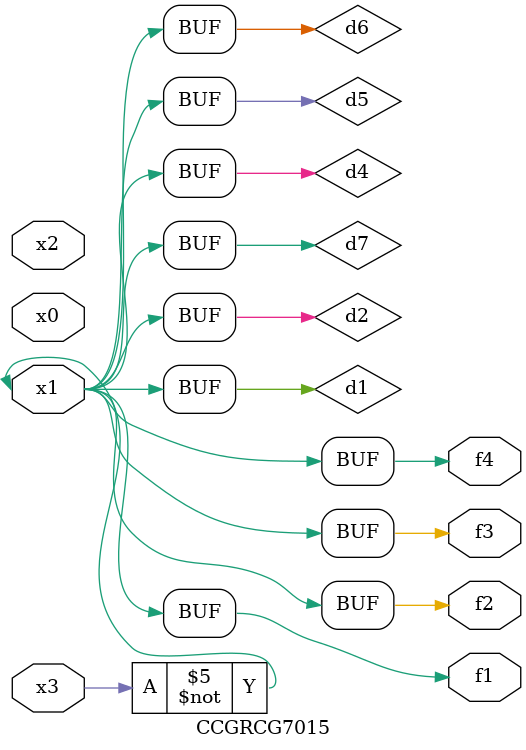
<source format=v>
module CCGRCG7015(
	input x0, x1, x2, x3,
	output f1, f2, f3, f4
);

	wire d1, d2, d3, d4, d5, d6, d7;

	not (d1, x3);
	buf (d2, x1);
	xnor (d3, d1, d2);
	nor (d4, d1);
	buf (d5, d1, d2);
	buf (d6, d4, d5);
	nand (d7, d4);
	assign f1 = d6;
	assign f2 = d7;
	assign f3 = d6;
	assign f4 = d6;
endmodule

</source>
